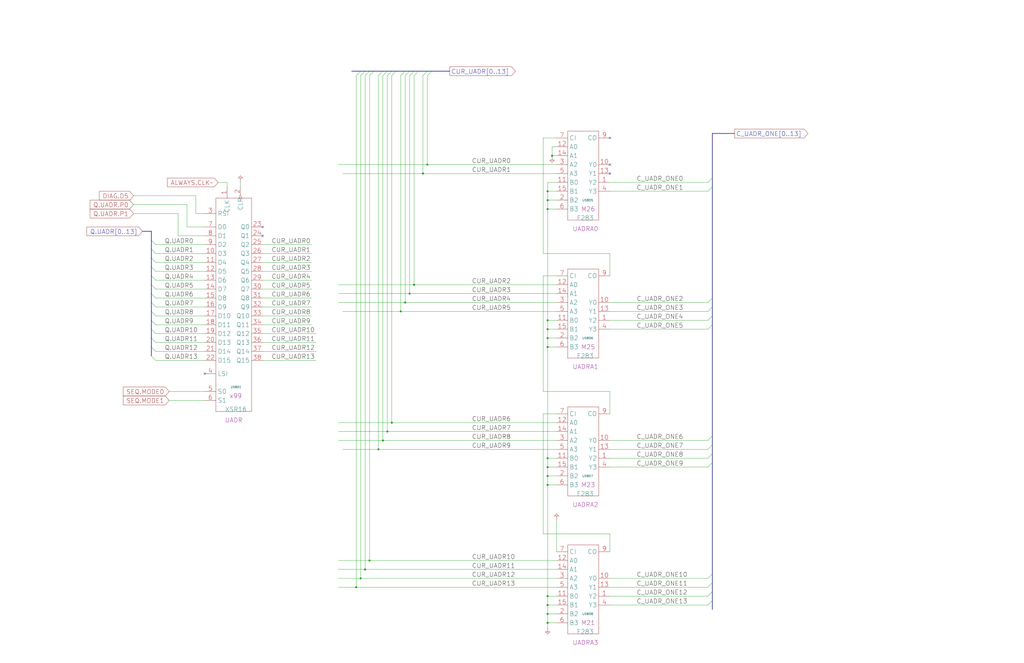
<source format=kicad_sch>
(kicad_sch (version 20211123) (generator eeschema)
  (paper "User" 584.2 378.46)
  (title_block (title "CURRENT MACRO ADDRESS") (date "22-MAY-90") (rev "1.0") (comment 1 "SEQUENCER") (comment 2 "232-003064") (comment 3 "S400") (comment 4 "RELEASED"))
  (lib_symbols
    (symbol "r1000:F283" (pin_names (offset 1.016))
      (property "Reference" "U" (at 2.54 5.08 0))
      (property "Value" "F283" (at -3.81 -5.08 0))
      (property "Location" "___" (at -1.27 0 0))
      (property "Name" "______" (at 1.27 -12.7 0))
      (symbol "F283_1_1"
        (rectangle (start -8.89 44.45) (end 8.89 -6.35))
        (pin output line (at 15.24 15.24 180) (length 6.35) (name "Y2") (number "1"))
        (pin output line (at 15.24 25.4 180) (length 6.35) (name "Y0") (number "10"))
        (pin input line (at -15.24 15.24 0) (length 6.35) (name "B0") (number "11"))
        (pin input line (at -15.24 35.56 0) (length 6.35) (name "A0") (number "12"))
        (pin output line (at 15.24 20.32 180) (length 6.35) (name "Y1") (number "13"))
        (pin input line (at -15.24 30.48 0) (length 6.35) (name "A1") (number "14"))
        (pin input line (at -15.24 10.16 0) (length 6.35) (name "B1") (number "15"))
        (pin input line (at -15.24 5.08 0) (length 6.35) (name "B2") (number "2"))
        (pin input line (at -15.24 25.4 0) (length 6.35) (name "A2") (number "3"))
        (pin output line (at 15.24 10.16 180) (length 6.35) (name "Y3") (number "4"))
        (pin input line (at -15.24 20.32 0) (length 6.35) (name "A3") (number "5"))
        (pin input line (at -15.24 0 0) (length 6.35) (name "B3") (number "6"))
        (pin input line (at -15.24 40.64 0) (length 6.35) (name "CI") (number "7"))
        (pin output line (at 15.24 40.64 180) (length 6.35) (name "CO") (number "9"))
      )
    )
    (symbol "r1000:PD" (power) (pin_numbers hide) (pin_names hide) (in_bom no)
      (symbol "PD_0_1"
        (polyline (pts (xy 0 -2.54) (xy 1.27 -2.54) (xy 0 -3.81) (xy -1.27 -2.54) (xy 0 -2.54)) (stroke (width 0.1524)))
      )
      (symbol "PD_1_1"
        (pin power_in line (at 0 0 270) (length 2.54) (name "PD") (number "1"))
      )
    )
    (symbol "r1000:PU" (power) (pin_numbers hide) (pin_names hide)
      (symbol "PU_0_1"
        (polyline (pts (xy 0 2.54) (xy -1.27 2.54) (xy 0 3.81) (xy 1.27 2.54) (xy 0 2.54)) (stroke (width 0.1524)))
      )
      (symbol "PU_1_1"
        (pin power_in line (at 0 0 90) (length 2.54) (name "PU") (number "1"))
      )
    )
    (symbol "r1000:XSR16" (pin_names (offset 1.016))
      (property "Reference" "U" (at 2.54 5.08 0))
      (property "Value" "XSR16" (at -3.81 -7.62 0))
      (property "Location" "___" (at -1.27 0 0))
      (property "Name" "______" (at 1.27 -15.24 0))
      (symbol "XSR16_1_1"
        (rectangle (start -8.89 113.03) (end 11.43 -8.89))
        (circle (center 5.08 113.665) (radius 0.635))
        (pin input line (at -2.54 119.38 270) (length 6.35) (name "CLK") (number "1"))
        (pin input line (at -15.24 81.28 0) (length 6.35) (name "D3") (number "10"))
        (pin input line (at -15.24 76.2 0) (length 6.35) (name "D4") (number "11"))
        (pin input line (at -15.24 71.12 0) (length 6.35) (name "D5") (number "12"))
        (pin input line (at -15.24 66.04 0) (length 6.35) (name "D6") (number "13"))
        (pin input line (at -15.24 60.96 0) (length 6.35) (name "D7") (number "14"))
        (pin input line (at -15.24 55.88 0) (length 6.35) (name "D8") (number "15"))
        (pin input line (at -15.24 50.8 0) (length 6.35) (name "D9") (number "16"))
        (pin input line (at -15.24 45.72 0) (length 6.35) (name "D10") (number "17"))
        (pin input line (at -15.24 40.64 0) (length 6.35) (name "D11") (number "18"))
        (pin input line (at -15.24 35.56 0) (length 6.35) (name "D12") (number "19"))
        (pin input line (at 5.08 119.38 270) (length 5.08) (name "CLR") (number "2"))
        (pin input line (at -15.24 30.48 0) (length 6.35) (name "D13") (number "20"))
        (pin input line (at -15.24 25.4 0) (length 6.35) (name "D14") (number "21"))
        (pin input line (at -15.24 20.32 0) (length 6.35) (name "D15") (number "22"))
        (pin output line (at 17.78 96.52 180) (length 6.35) (name "Q0") (number "23"))
        (pin output line (at 17.78 91.44 180) (length 6.35) (name "Q1") (number "24"))
        (pin output line (at 17.78 86.36 180) (length 6.35) (name "Q2") (number "25"))
        (pin output line (at 17.78 81.28 180) (length 6.35) (name "Q3") (number "26"))
        (pin output line (at 17.78 76.2 180) (length 6.35) (name "Q4") (number "27"))
        (pin output line (at 17.78 71.12 180) (length 6.35) (name "Q5") (number "28"))
        (pin output line (at 17.78 66.04 180) (length 6.35) (name "Q6") (number "29"))
        (pin input line (at -15.24 104.14 0) (length 6.35) (name "RSI") (number "3"))
        (pin output line (at 17.78 60.96 180) (length 6.35) (name "Q7") (number "30"))
        (pin output line (at 17.78 55.88 180) (length 6.35) (name "Q8") (number "31"))
        (pin output line (at 17.78 50.8 180) (length 6.35) (name "Q9") (number "32"))
        (pin output line (at 17.78 45.72 180) (length 6.35) (name "Q10") (number "33"))
        (pin output line (at 17.78 40.64 180) (length 6.35) (name "Q11") (number "34"))
        (pin output line (at 17.78 35.56 180) (length 6.35) (name "Q12") (number "35"))
        (pin output line (at 17.78 30.48 180) (length 6.35) (name "Q13") (number "36"))
        (pin output line (at 17.78 25.4 180) (length 6.35) (name "Q14") (number "37"))
        (pin output line (at 17.78 20.32 180) (length 6.35) (name "Q15") (number "38"))
        (pin input line (at -15.24 12.7 0) (length 6.35) (name "LSI") (number "4"))
        (pin input line (at -15.24 2.54 0) (length 6.35) (name "S0") (number "5"))
        (pin input line (at -15.24 -2.54 0) (length 6.35) (name "S1") (number "6"))
        (pin input line (at -15.24 96.52 0) (length 6.35) (name "D0") (number "7"))
        (pin input line (at -15.24 91.44 0) (length 6.35) (name "D1") (number "8"))
        (pin input line (at -15.24 86.36 0) (length 6.35) (name "D2") (number "9"))
      )
    )
  )
  (bus (pts (xy 200.66 40.64) (xy 205.74 40.64)))
  (bus (pts (xy 205.74 40.64) (xy 208.28 40.64)))
  (bus (pts (xy 208.28 40.64) (xy 210.82 40.64)))
  (bus (pts (xy 210.82 40.64) (xy 213.36 40.64)))
  (bus (pts (xy 213.36 40.64) (xy 218.44 40.64)))
  (bus (pts (xy 218.44 40.64) (xy 220.98 40.64)))
  (bus (pts (xy 220.98 40.64) (xy 223.52 40.64)))
  (bus (pts (xy 223.52 40.64) (xy 226.06 40.64)))
  (bus (pts (xy 226.06 40.64) (xy 231.14 40.64)))
  (bus (pts (xy 231.14 40.64) (xy 233.68 40.64)))
  (bus (pts (xy 233.68 40.64) (xy 236.22 40.64)))
  (bus (pts (xy 236.22 40.64) (xy 238.76 40.64)))
  (bus (pts (xy 238.76 40.64) (xy 243.84 40.64)))
  (bus (pts (xy 243.84 40.64) (xy 246.38 40.64)))
  (bus (pts (xy 246.38 40.64) (xy 256.54 40.64)))
  (bus (pts (xy 406.4 101.6) (xy 406.4 106.68)))
  (bus (pts (xy 406.4 106.68) (xy 406.4 170.18)))
  (bus (pts (xy 406.4 170.18) (xy 406.4 175.26)))
  (bus (pts (xy 406.4 175.26) (xy 406.4 180.34)))
  (bus (pts (xy 406.4 180.34) (xy 406.4 185.42)))
  (bus (pts (xy 406.4 185.42) (xy 406.4 248.92)))
  (bus (pts (xy 406.4 248.92) (xy 406.4 254)))
  (bus (pts (xy 406.4 254) (xy 406.4 259.08)))
  (bus (pts (xy 406.4 259.08) (xy 406.4 264.16)))
  (bus (pts (xy 406.4 264.16) (xy 406.4 327.66)))
  (bus (pts (xy 406.4 327.66) (xy 406.4 332.74)))
  (bus (pts (xy 406.4 332.74) (xy 406.4 337.82)))
  (bus (pts (xy 406.4 337.82) (xy 406.4 342.9)))
  (bus (pts (xy 406.4 342.9) (xy 406.4 347.98)))
  (bus (pts (xy 406.4 76.2) (xy 406.4 101.6)))
  (bus (pts (xy 406.4 76.2) (xy 419.1 76.2)))
  (bus (pts (xy 81.28 132.08) (xy 86.36 132.08)))
  (bus (pts (xy 86.36 132.08) (xy 86.36 137.16)))
  (bus (pts (xy 86.36 137.16) (xy 86.36 142.24)))
  (bus (pts (xy 86.36 142.24) (xy 86.36 147.32)))
  (bus (pts (xy 86.36 147.32) (xy 86.36 152.4)))
  (bus (pts (xy 86.36 152.4) (xy 86.36 157.48)))
  (bus (pts (xy 86.36 157.48) (xy 86.36 162.56)))
  (bus (pts (xy 86.36 162.56) (xy 86.36 167.64)))
  (bus (pts (xy 86.36 167.64) (xy 86.36 172.72)))
  (bus (pts (xy 86.36 172.72) (xy 86.36 177.8)))
  (bus (pts (xy 86.36 177.8) (xy 86.36 182.88)))
  (bus (pts (xy 86.36 182.88) (xy 86.36 187.96)))
  (bus (pts (xy 86.36 187.96) (xy 86.36 193.04)))
  (bus (pts (xy 86.36 193.04) (xy 86.36 198.12)))
  (bus (pts (xy 86.36 198.12) (xy 86.36 203.2)))
  (wire (pts (xy 101.6 121.92) (xy 101.6 134.62)))
  (wire (pts (xy 101.6 134.62) (xy 116.84 134.62)))
  (wire (pts (xy 106.68 116.84) (xy 106.68 129.54)))
  (wire (pts (xy 106.68 129.54) (xy 116.84 129.54)))
  (wire (pts (xy 111.76 111.76) (xy 111.76 121.92)))
  (wire (pts (xy 111.76 121.92) (xy 116.84 121.92)))
  (wire (pts (xy 124.46 104.14) (xy 129.54 104.14)))
  (wire (pts (xy 129.54 104.14) (xy 129.54 106.68)))
  (wire (pts (xy 137.16 104.14) (xy 137.16 106.68)))
  (wire (pts (xy 149.86 139.7) (xy 177.8 139.7)))
  (wire (pts (xy 149.86 144.78) (xy 177.8 144.78)))
  (wire (pts (xy 149.86 149.86) (xy 177.8 149.86)))
  (wire (pts (xy 149.86 154.94) (xy 177.8 154.94)))
  (wire (pts (xy 149.86 160.02) (xy 177.8 160.02)))
  (wire (pts (xy 149.86 165.1) (xy 177.8 165.1)))
  (wire (pts (xy 149.86 170.18) (xy 177.8 170.18)))
  (wire (pts (xy 149.86 175.26) (xy 177.8 175.26)))
  (wire (pts (xy 149.86 180.34) (xy 177.8 180.34)))
  (wire (pts (xy 149.86 185.42) (xy 177.8 185.42)))
  (wire (pts (xy 149.86 190.5) (xy 180.34 190.5)))
  (wire (pts (xy 149.86 195.58) (xy 180.34 195.58)))
  (wire (pts (xy 149.86 200.66) (xy 180.34 200.66)))
  (wire (pts (xy 149.86 205.74) (xy 180.34 205.74)))
  (wire (pts (xy 193.04 162.56) (xy 236.22 162.56)))
  (wire (pts (xy 193.04 167.64) (xy 233.68 167.64)))
  (wire (pts (xy 193.04 172.72) (xy 231.14 172.72)))
  (wire (pts (xy 193.04 241.3) (xy 223.52 241.3)))
  (wire (pts (xy 193.04 246.38) (xy 220.98 246.38)))
  (wire (pts (xy 193.04 251.46) (xy 218.44 251.46)))
  (wire (pts (xy 193.04 320.04) (xy 210.82 320.04)))
  (wire (pts (xy 193.04 325.12) (xy 208.28 325.12)))
  (wire (pts (xy 193.04 330.2) (xy 205.74 330.2)))
  (wire (pts (xy 193.04 335.28) (xy 203.2 335.28)))
  (wire (pts (xy 193.04 93.98) (xy 243.84 93.98)))
  (wire (pts (xy 195.58 177.8) (xy 228.6 177.8)))
  (wire (pts (xy 195.58 256.54) (xy 215.9 256.54)))
  (wire (pts (xy 195.58 99.06) (xy 241.3 99.06)))
  (wire (pts (xy 203.2 335.28) (xy 317.5 335.28)))
  (wire (pts (xy 203.2 43.18) (xy 203.2 335.28)))
  (wire (pts (xy 205.74 330.2) (xy 317.5 330.2)))
  (wire (pts (xy 205.74 43.18) (xy 205.74 330.2)))
  (wire (pts (xy 208.28 325.12) (xy 317.5 325.12)))
  (wire (pts (xy 208.28 43.18) (xy 208.28 325.12)))
  (wire (pts (xy 210.82 320.04) (xy 317.5 320.04)))
  (wire (pts (xy 210.82 43.18) (xy 210.82 320.04)))
  (wire (pts (xy 215.9 256.54) (xy 317.5 256.54)))
  (wire (pts (xy 215.9 43.18) (xy 215.9 256.54)))
  (wire (pts (xy 218.44 251.46) (xy 317.5 251.46)))
  (wire (pts (xy 218.44 43.18) (xy 218.44 251.46)))
  (wire (pts (xy 220.98 246.38) (xy 317.5 246.38)))
  (wire (pts (xy 220.98 43.18) (xy 220.98 246.38)))
  (wire (pts (xy 223.52 241.3) (xy 317.5 241.3)))
  (wire (pts (xy 223.52 43.18) (xy 223.52 241.3)))
  (wire (pts (xy 228.6 177.8) (xy 317.5 177.8)))
  (wire (pts (xy 228.6 43.18) (xy 228.6 177.8)))
  (wire (pts (xy 231.14 172.72) (xy 317.5 172.72)))
  (wire (pts (xy 231.14 43.18) (xy 231.14 172.72)))
  (wire (pts (xy 233.68 167.64) (xy 317.5 167.64)))
  (wire (pts (xy 233.68 43.18) (xy 233.68 167.64)))
  (wire (pts (xy 236.22 162.56) (xy 317.5 162.56)))
  (wire (pts (xy 236.22 43.18) (xy 236.22 162.56)))
  (wire (pts (xy 241.3 43.18) (xy 241.3 99.06)))
  (wire (pts (xy 241.3 99.06) (xy 317.5 99.06)))
  (wire (pts (xy 243.84 43.18) (xy 243.84 93.98)))
  (wire (pts (xy 243.84 93.98) (xy 317.5 93.98)))
  (wire (pts (xy 309.88 144.78) (xy 347.98 144.78)))
  (wire (pts (xy 309.88 157.48) (xy 317.5 157.48)))
  (wire (pts (xy 309.88 223.52) (xy 309.88 157.48)))
  (wire (pts (xy 309.88 236.22) (xy 317.5 236.22)))
  (wire (pts (xy 309.88 304.8) (xy 309.88 236.22)))
  (wire (pts (xy 309.88 78.74) (xy 309.88 144.78)))
  (wire (pts (xy 312.42 104.14) (xy 317.5 104.14)))
  (wire (pts (xy 312.42 109.22) (xy 312.42 104.14)))
  (wire (pts (xy 312.42 109.22) (xy 317.5 109.22)))
  (wire (pts (xy 312.42 114.3) (xy 312.42 109.22)))
  (wire (pts (xy 312.42 114.3) (xy 317.5 114.3)))
  (wire (pts (xy 312.42 119.38) (xy 312.42 114.3)))
  (wire (pts (xy 312.42 119.38) (xy 317.5 119.38)))
  (wire (pts (xy 312.42 182.88) (xy 312.42 119.38)))
  (wire (pts (xy 312.42 182.88) (xy 312.42 187.96)))
  (wire (pts (xy 312.42 187.96) (xy 312.42 193.04)))
  (wire (pts (xy 312.42 187.96) (xy 317.5 187.96)))
  (wire (pts (xy 312.42 193.04) (xy 312.42 198.12)))
  (wire (pts (xy 312.42 193.04) (xy 317.5 193.04)))
  (wire (pts (xy 312.42 198.12) (xy 312.42 261.62)))
  (wire (pts (xy 312.42 198.12) (xy 317.5 198.12)))
  (wire (pts (xy 312.42 261.62) (xy 312.42 266.7)))
  (wire (pts (xy 312.42 266.7) (xy 312.42 271.78)))
  (wire (pts (xy 312.42 266.7) (xy 317.5 266.7)))
  (wire (pts (xy 312.42 271.78) (xy 312.42 276.86)))
  (wire (pts (xy 312.42 271.78) (xy 317.5 271.78)))
  (wire (pts (xy 312.42 276.86) (xy 312.42 340.36)))
  (wire (pts (xy 312.42 276.86) (xy 317.5 276.86)))
  (wire (pts (xy 312.42 340.36) (xy 312.42 345.44)))
  (wire (pts (xy 312.42 345.44) (xy 312.42 350.52)))
  (wire (pts (xy 312.42 345.44) (xy 317.5 345.44)))
  (wire (pts (xy 312.42 350.52) (xy 312.42 355.6)))
  (wire (pts (xy 312.42 350.52) (xy 317.5 350.52)))
  (wire (pts (xy 312.42 355.6) (xy 312.42 358.14)))
  (wire (pts (xy 312.42 355.6) (xy 317.5 355.6)))
  (wire (pts (xy 314.96 83.82) (xy 314.96 88.9)))
  (wire (pts (xy 314.96 88.9) (xy 317.5 88.9)))
  (wire (pts (xy 317.5 182.88) (xy 312.42 182.88)))
  (wire (pts (xy 317.5 261.62) (xy 312.42 261.62)))
  (wire (pts (xy 317.5 297.18) (xy 317.5 314.96)))
  (wire (pts (xy 317.5 340.36) (xy 312.42 340.36)))
  (wire (pts (xy 317.5 78.74) (xy 309.88 78.74)))
  (wire (pts (xy 317.5 83.82) (xy 314.96 83.82)))
  (wire (pts (xy 347.98 104.14) (xy 403.86 104.14)))
  (wire (pts (xy 347.98 109.22) (xy 403.86 109.22)))
  (wire (pts (xy 347.98 144.78) (xy 347.98 157.48)))
  (wire (pts (xy 347.98 172.72) (xy 403.86 172.72)))
  (wire (pts (xy 347.98 177.8) (xy 403.86 177.8)))
  (wire (pts (xy 347.98 182.88) (xy 403.86 182.88)))
  (wire (pts (xy 347.98 187.96) (xy 403.86 187.96)))
  (wire (pts (xy 347.98 223.52) (xy 309.88 223.52)))
  (wire (pts (xy 347.98 236.22) (xy 347.98 223.52)))
  (wire (pts (xy 347.98 251.46) (xy 403.86 251.46)))
  (wire (pts (xy 347.98 256.54) (xy 403.86 256.54)))
  (wire (pts (xy 347.98 261.62) (xy 403.86 261.62)))
  (wire (pts (xy 347.98 266.7) (xy 403.86 266.7)))
  (wire (pts (xy 347.98 304.8) (xy 309.88 304.8)))
  (wire (pts (xy 347.98 314.96) (xy 347.98 304.8)))
  (wire (pts (xy 347.98 330.2) (xy 403.86 330.2)))
  (wire (pts (xy 347.98 335.28) (xy 403.86 335.28)))
  (wire (pts (xy 347.98 340.36) (xy 403.86 340.36)))
  (wire (pts (xy 347.98 345.44) (xy 403.86 345.44)))
  (wire (pts (xy 76.2 111.76) (xy 111.76 111.76)))
  (wire (pts (xy 76.2 116.84) (xy 106.68 116.84)))
  (wire (pts (xy 76.2 121.92) (xy 101.6 121.92)))
  (wire (pts (xy 88.9 139.7) (xy 116.84 139.7)))
  (wire (pts (xy 88.9 144.78) (xy 116.84 144.78)))
  (wire (pts (xy 88.9 149.86) (xy 116.84 149.86)))
  (wire (pts (xy 88.9 154.94) (xy 116.84 154.94)))
  (wire (pts (xy 88.9 160.02) (xy 116.84 160.02)))
  (wire (pts (xy 88.9 165.1) (xy 116.84 165.1)))
  (wire (pts (xy 88.9 170.18) (xy 116.84 170.18)))
  (wire (pts (xy 88.9 175.26) (xy 116.84 175.26)))
  (wire (pts (xy 88.9 180.34) (xy 116.84 180.34)))
  (wire (pts (xy 88.9 185.42) (xy 116.84 185.42)))
  (wire (pts (xy 88.9 190.5) (xy 116.84 190.5)))
  (wire (pts (xy 88.9 195.58) (xy 116.84 195.58)))
  (wire (pts (xy 88.9 200.66) (xy 116.84 200.66)))
  (wire (pts (xy 88.9 205.74) (xy 116.84 205.74)))
  (wire (pts (xy 96.52 223.52) (xy 116.84 223.52)))
  (wire (pts (xy 96.52 228.6) (xy 116.84 228.6)))
  (global_label "DIAG.D5" (shape input) (at 76.2 111.76 180) (effects (font (size 2.54 2.54))) (property "Intersheet References" "${INTERSHEET_REFS}" (at 56.7388 111.6013 0) (effects (font (size 2.54 2.54)) (justify right))))
  (global_label "Q.UADR.P0" (shape input) (at 76.2 116.84 180) (effects (font (size 2.54 2.54))) (property "Intersheet References" "${INTERSHEET_REFS}" (at 51.4169 116.6813 0) (effects (font (size 2.54 2.54)) (justify right))))
  (global_label "Q.UADR.P1" (shape input) (at 76.2 121.92 180) (effects (font (size 2.54 2.54))) (property "Intersheet References" "${INTERSHEET_REFS}" (at 51.4169 121.7613 0) (effects (font (size 2.54 2.54)) (justify right))))
  (global_label "Q.UADR[0..13]" (shape input) (at 81.28 132.08 180) (effects (font (size 2.54 2.54))) (property "Intersheet References" "${INTERSHEET_REFS}" (at 49.6026 131.9213 0) (effects (font (size 2.54 2.54)) (justify right))))
  (bus_entry (at 86.36 137.16) (size 2.54 2.54))
  (bus_entry (at 86.36 142.24) (size 2.54 2.54))
  (bus_entry (at 86.36 147.32) (size 2.54 2.54))
  (bus_entry (at 86.36 152.4) (size 2.54 2.54))
  (bus_entry (at 86.36 157.48) (size 2.54 2.54))
  (bus_entry (at 86.36 162.56) (size 2.54 2.54))
  (bus_entry (at 86.36 167.64) (size 2.54 2.54))
  (bus_entry (at 86.36 172.72) (size 2.54 2.54))
  (bus_entry (at 86.36 177.8) (size 2.54 2.54))
  (bus_entry (at 86.36 182.88) (size 2.54 2.54))
  (bus_entry (at 86.36 187.96) (size 2.54 2.54))
  (bus_entry (at 86.36 193.04) (size 2.54 2.54))
  (bus_entry (at 86.36 198.12) (size 2.54 2.54))
  (bus_entry (at 86.36 203.2) (size 2.54 2.54))
  (label "Q.UADR0" (at 93.98 139.7 0) (effects (font (size 2.54 2.54))))
  (label "Q.UADR1" (at 93.98 144.78 0) (effects (font (size 2.54 2.54))))
  (label "Q.UADR2" (at 93.98 149.86 0) (effects (font (size 2.54 2.54))))
  (label "Q.UADR3" (at 93.98 154.94 0) (effects (font (size 2.54 2.54))))
  (label "Q.UADR4" (at 93.98 160.02 0) (effects (font (size 2.54 2.54))))
  (label "Q.UADR5" (at 93.98 165.1 0) (effects (font (size 2.54 2.54))))
  (label "Q.UADR6" (at 93.98 170.18 0) (effects (font (size 2.54 2.54))))
  (label "Q.UADR7" (at 93.98 175.26 0) (effects (font (size 2.54 2.54))))
  (label "Q.UADR8" (at 93.98 180.34 0) (effects (font (size 2.54 2.54))))
  (label "Q.UADR9" (at 93.98 185.42 0) (effects (font (size 2.54 2.54))))
  (label "Q.UADR10" (at 93.98 190.5 0) (effects (font (size 2.54 2.54))))
  (label "Q.UADR11" (at 93.98 195.58 0) (effects (font (size 2.54 2.54))))
  (label "Q.UADR12" (at 93.98 200.66 0) (effects (font (size 2.54 2.54))))
  (label "Q.UADR13" (at 93.98 205.74 0) (effects (font (size 2.54 2.54))))
  (global_label "SEQ.MODE0" (shape input) (at 96.52 223.52 180) (effects (font (size 2.54 2.54))) (property "Intersheet References" "${INTERSHEET_REFS}" (at 70.2854 223.3613 0) (effects (font (size 2.54 2.54)) (justify right))))
  (global_label "SEQ.MODE1" (shape input) (at 96.52 228.6 180) (effects (font (size 2.54 2.54))) (property "Intersheet References" "${INTERSHEET_REFS}" (at 70.2854 228.4413 0) (effects (font (size 2.54 2.54)) (justify right))))
  (no_connect (at 116.84 213.36))
  (global_label "ALWAYS.CLK~" (shape input) (at 124.46 104.14 180) (effects (font (size 2.54 2.54))) (property "Intersheet References" "${INTERSHEET_REFS}" (at 89.3959 103.9813 0) (effects (font (size 2.54 2.54)) (justify right))))
  (symbol (lib_id "r1000:XSR16") (at 132.08 226.06 0) (unit 1)
    (property "Reference" "U5801" (at 134.62 220.98 0))
    (property "Value" "XSR16" (at 128.27 233.68 0) (effects (font (size 2.54 2.54)) (justify left)))
    (property "Location" "x99" (at 130.81 226.06 0) (effects (font (size 2.54 2.54)) (justify left)))
    (property "Name" "UADR" (at 133.35 241.3 0) (effects (font (size 2.54 2.54)) (justify bottom)))
  )
  (symbol (lib_id "r1000:PU") (at 137.16 104.14 0) (unit 1)
    (property "Reference" "#PWR05801" (effects hide))
    (property "Value" "PU" (effects hide))
  )
  (no_connect (at 149.86 129.54))
  (no_connect (at 149.86 134.62))
  (label "CUR_UADR0" (at 154.94 139.7 0) (effects (font (size 2.54 2.54))))
  (label "CUR_UADR1" (at 154.94 144.78 0) (effects (font (size 2.54 2.54))))
  (label "CUR_UADR2" (at 154.94 149.86 0) (effects (font (size 2.54 2.54))))
  (label "CUR_UADR3" (at 154.94 154.94 0) (effects (font (size 2.54 2.54))))
  (label "CUR_UADR4" (at 154.94 160.02 0) (effects (font (size 2.54 2.54))))
  (label "CUR_UADR5" (at 154.94 165.1 0) (effects (font (size 2.54 2.54))))
  (label "CUR_UADR6" (at 154.94 170.18 0) (effects (font (size 2.54 2.54))))
  (label "CUR_UADR7" (at 154.94 175.26 0) (effects (font (size 2.54 2.54))))
  (label "CUR_UADR8" (at 154.94 180.34 0) (effects (font (size 2.54 2.54))))
  (label "CUR_UADR9" (at 154.94 185.42 0) (effects (font (size 2.54 2.54))))
  (label "CUR_UADR10" (at 154.94 190.5 0) (effects (font (size 2.54 2.54))))
  (label "CUR_UADR11" (at 154.94 195.58 0) (effects (font (size 2.54 2.54))))
  (label "CUR_UADR12" (at 154.94 200.66 0) (effects (font (size 2.54 2.54))))
  (label "CUR_UADR13" (at 154.94 205.74 0) (effects (font (size 2.54 2.54))))
  (junction (at 203.2 335.28))
  (bus_entry (at 205.74 40.64) (size -2.54 2.54))
  (junction (at 205.74 330.2))
  (bus_entry (at 208.28 40.64) (size -2.54 2.54))
  (junction (at 208.28 325.12))
  (bus_entry (at 210.82 40.64) (size -2.54 2.54))
  (junction (at 210.82 320.04))
  (bus_entry (at 213.36 40.64) (size -2.54 2.54))
  (junction (at 215.9 256.54))
  (bus_entry (at 218.44 40.64) (size -2.54 2.54))
  (junction (at 218.44 251.46))
  (bus_entry (at 220.98 40.64) (size -2.54 2.54))
  (junction (at 220.98 246.38))
  (bus_entry (at 223.52 40.64) (size -2.54 2.54))
  (junction (at 223.52 241.3))
  (bus_entry (at 226.06 40.64) (size -2.54 2.54))
  (junction (at 228.6 177.8))
  (bus_entry (at 231.14 40.64) (size -2.54 2.54))
  (junction (at 231.14 172.72))
  (bus_entry (at 233.68 40.64) (size -2.54 2.54))
  (junction (at 233.68 167.64))
  (bus_entry (at 236.22 40.64) (size -2.54 2.54))
  (junction (at 236.22 162.56))
  (bus_entry (at 238.76 40.64) (size -2.54 2.54))
  (junction (at 241.3 99.06))
  (bus_entry (at 243.84 40.64) (size -2.54 2.54))
  (junction (at 243.84 93.98))
  (bus_entry (at 246.38 40.64) (size -2.54 2.54))
  (global_label "CUR_UADR[0..13]" (shape output) (at 256.54 40.64 0) (effects (font (size 2.54 2.54))) (property "Intersheet References" "${INTERSHEET_REFS}" (at 294.0231 40.4813 0) (effects (font (size 2.54 2.54)) (justify left))))
  (label "CUR_UADR0" (at 269.24 93.98 0) (effects (font (size 2.54 2.54))))
  (label "CUR_UADR1" (at 269.24 99.06 0) (effects (font (size 2.54 2.54))))
  (label "CUR_UADR2" (at 269.24 162.56 0) (effects (font (size 2.54 2.54))))
  (label "CUR_UADR3" (at 269.24 167.64 0) (effects (font (size 2.54 2.54))))
  (label "CUR_UADR4" (at 269.24 172.72 0) (effects (font (size 2.54 2.54))))
  (label "CUR_UADR5" (at 269.24 177.8 0) (effects (font (size 2.54 2.54))))
  (label "CUR_UADR6" (at 269.24 241.3 0) (effects (font (size 2.54 2.54))))
  (label "CUR_UADR7" (at 269.24 246.38 0) (effects (font (size 2.54 2.54))))
  (label "CUR_UADR8" (at 269.24 251.46 0) (effects (font (size 2.54 2.54))))
  (label "CUR_UADR9" (at 269.24 256.54 0) (effects (font (size 2.54 2.54))))
  (label "CUR_UADR10" (at 269.24 320.04 0) (effects (font (size 2.54 2.54))))
  (label "CUR_UADR11" (at 269.24 325.12 0) (effects (font (size 2.54 2.54))))
  (label "CUR_UADR12" (at 269.24 330.2 0) (effects (font (size 2.54 2.54))))
  (label "CUR_UADR13" (at 269.24 335.28 0) (effects (font (size 2.54 2.54))))
  (junction (at 312.42 109.22))
  (junction (at 312.42 114.3))
  (junction (at 312.42 119.38))
  (junction (at 312.42 182.88))
  (junction (at 312.42 187.96))
  (junction (at 312.42 193.04))
  (junction (at 312.42 198.12))
  (junction (at 312.42 261.62))
  (junction (at 312.42 266.7))
  (junction (at 312.42 271.78))
  (junction (at 312.42 276.86))
  (junction (at 312.42 340.36))
  (junction (at 312.42 345.44))
  (junction (at 312.42 350.52))
  (junction (at 312.42 355.6))
  (symbol (lib_id "r1000:PD") (at 312.42 358.14 0) (unit 1) (in_bom no)
    (property "Reference" "#PWR0124" (effects hide))
    (property "Value" "PD" (effects hide))
  )
  (junction (at 314.96 88.9))
  (symbol (lib_id "r1000:PD") (at 314.96 88.9 0) (unit 1) (in_bom no)
    (property "Reference" "#PWR05802" (effects hide))
    (property "Value" "PD" (effects hide))
  )
  (symbol (lib_id "r1000:PU") (at 317.5 297.18 0) (unit 1)
    (property "Reference" "#PWR05803" (effects hide))
    (property "Value" "PU" (effects hide))
  )
  (symbol (lib_id "r1000:F283") (at 332.74 119.38 0) (unit 1)
    (property "Reference" "U5805" (at 335.28 114.3 0))
    (property "Value" "F283" (at 328.93 124.46 0) (effects (font (size 2.54 2.54)) (justify left)))
    (property "Location" "M26" (at 331.47 119.38 0) (effects (font (size 2.54 2.54)) (justify left)))
    (property "Name" "UADRA0" (at 334.01 132.08 0) (effects (font (size 2.54 2.54)) (justify bottom)))
  )
  (symbol (lib_id "r1000:F283") (at 332.74 198.12 0) (unit 1)
    (property "Reference" "U5806" (at 335.28 193.04 0))
    (property "Value" "F283" (at 328.93 203.2 0) (effects (font (size 2.54 2.54)) (justify left)))
    (property "Location" "M25" (at 331.47 198.12 0) (effects (font (size 2.54 2.54)) (justify left)))
    (property "Name" "UADRA1" (at 334.01 210.82 0) (effects (font (size 2.54 2.54)) (justify bottom)))
  )
  (symbol (lib_id "r1000:F283") (at 332.74 276.86 0) (unit 1)
    (property "Reference" "U5807" (at 335.28 271.78 0))
    (property "Value" "F283" (at 328.93 281.94 0) (effects (font (size 2.54 2.54)) (justify left)))
    (property "Location" "M23" (at 331.47 276.86 0) (effects (font (size 2.54 2.54)) (justify left)))
    (property "Name" "UADRA2" (at 334.01 289.56 0) (effects (font (size 2.54 2.54)) (justify bottom)))
  )
  (symbol (lib_id "r1000:F283") (at 332.74 355.6 0) (unit 1)
    (property "Reference" "U5808" (at 335.28 350.52 0))
    (property "Value" "F283" (at 328.93 360.68 0) (effects (font (size 2.54 2.54)) (justify left)))
    (property "Location" "M21" (at 331.47 355.6 0) (effects (font (size 2.54 2.54)) (justify left)))
    (property "Name" "UADRA3" (at 334.01 368.3 0) (effects (font (size 2.54 2.54)) (justify bottom)))
  )
  (no_connect (at 347.98 78.74))
  (no_connect (at 347.98 93.98))
  (no_connect (at 347.98 99.06))
  (label "C_UADR_ONE0" (at 363.22 104.14 0) (effects (font (size 2.54 2.54))))
  (label "C_UADR_ONE1" (at 363.22 109.22 0) (effects (font (size 2.54 2.54))))
  (label "C_UADR_ONE2" (at 363.22 172.72 0) (effects (font (size 2.54 2.54))))
  (label "C_UADR_ONE3" (at 363.22 177.8 0) (effects (font (size 2.54 2.54))))
  (label "C_UADR_ONE4" (at 363.22 182.88 0) (effects (font (size 2.54 2.54))))
  (label "C_UADR_ONE5" (at 363.22 187.96 0) (effects (font (size 2.54 2.54))))
  (label "C_UADR_ONE6" (at 363.22 251.46 0) (effects (font (size 2.54 2.54))))
  (label "C_UADR_ONE7" (at 363.22 256.54 0) (effects (font (size 2.54 2.54))))
  (label "C_UADR_ONE8" (at 363.22 261.62 0) (effects (font (size 2.54 2.54))))
  (label "C_UADR_ONE9" (at 363.22 266.7 0) (effects (font (size 2.54 2.54))))
  (label "C_UADR_ONE10" (at 363.22 330.2 0) (effects (font (size 2.54 2.54))))
  (label "C_UADR_ONE11" (at 363.22 335.28 0) (effects (font (size 2.54 2.54))))
  (label "C_UADR_ONE12" (at 363.22 340.36 0) (effects (font (size 2.54 2.54))))
  (label "C_UADR_ONE13" (at 363.22 345.44 0) (effects (font (size 2.54 2.54))))
  (bus_entry (at 406.4 101.6) (size -2.54 2.54))
  (bus_entry (at 406.4 106.68) (size -2.54 2.54))
  (bus_entry (at 406.4 170.18) (size -2.54 2.54))
  (bus_entry (at 406.4 175.26) (size -2.54 2.54))
  (bus_entry (at 406.4 180.34) (size -2.54 2.54))
  (bus_entry (at 406.4 185.42) (size -2.54 2.54))
  (bus_entry (at 406.4 248.92) (size -2.54 2.54))
  (bus_entry (at 406.4 254) (size -2.54 2.54))
  (bus_entry (at 406.4 259.08) (size -2.54 2.54))
  (bus_entry (at 406.4 264.16) (size -2.54 2.54))
  (bus_entry (at 406.4 327.66) (size -2.54 2.54))
  (bus_entry (at 406.4 332.74) (size -2.54 2.54))
  (bus_entry (at 406.4 337.82) (size -2.54 2.54))
  (bus_entry (at 406.4 342.9) (size -2.54 2.54))
  (global_label "C_UADR_ONE[0..13]" (shape output) (at 419.1 76.2 0) (effects (font (size 2.54 2.54))) (property "Intersheet References" "${INTERSHEET_REFS}" (at 460.9374 76.0413 0) (effects (font (size 2.54 2.54)) (justify left))))
)
</source>
